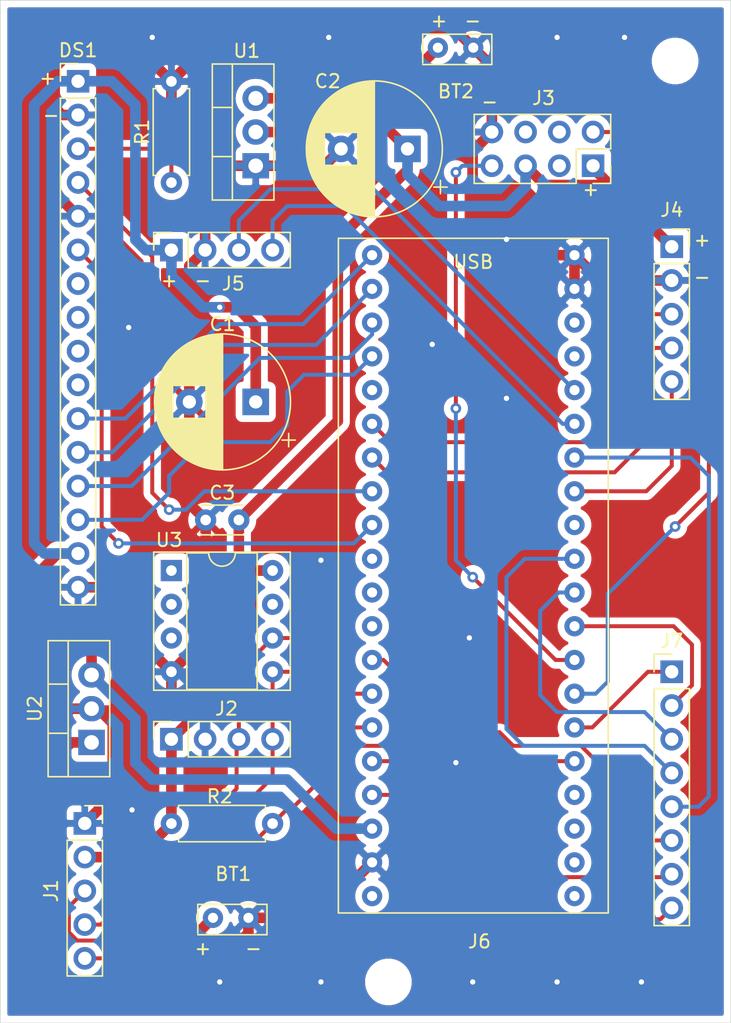
<source format=kicad_pcb>
(kicad_pcb (version 20171130) (host pcbnew "(5.1.6)-1")
  (title_block (title "Autocroft Master Controller") (date 2021-07-19) (rev 1.0) (company IoTeam))
  (layers (0 F.Cu signal) (31 B.Cu signal) (34 B.Paste user) (35 F.Paste user) (36 B.SilkS user) (37 F.SilkS user) (38 B.Mask user) (39 F.Mask user) (44 Edge.Cuts user))
  (net 0 "")
  (net 1 "Net-(BT1-Pad1)")
  (net 2 GND)
  (net 3 "Net-(BT2-Pad1)")
  (net 4 VCC_5V)
  (net 5 VCC_3V3)
  (net 6 "Net-(DS1-Pad3)")
  (net 7 PA11)
  (net 8 PA12)
  (net 9 "Net-(DS1-Pad7)")
  (net 10 "Net-(DS1-Pad8)")
  (net 11 "Net-(DS1-Pad9)")
  (net 12 "Net-(DS1-Pad10)")
  (net 13 PB12)
  (net 14 PB13)
  (net 15 PB14)
  (net 16 PB15)
  (net 17 PB7)
  (net 18 PB6)
  (net 19 PA0)
  (net 20 PA2)
  (net 21 "Net-(J3-Pad3)")
  (net 22 "Net-(J3-Pad4)")
  (net 23 PA3)
  (net 24 PA10)
  (net 25 PA9)
  (net 26 PB11)
  (net 27 PB10)
  (net 28 "Net-(J6-Pad5)")
  (net 29 "Net-(J6-Pad10)")
  (net 30 "Net-(J6-Pad11)")
  (net 31 "Net-(J6-Pad12)")
  (net 32 PB5)
  (net 33 PB8)
  (net 34 PB9)
  (net 35 "Net-(J6-Pad20)")
  (net 36 "Net-(J6-Pad21)")
  (net 37 "Net-(J6-Pad22)")
  (net 38 "Net-(J6-Pad23)")
  (net 39 "Net-(J6-Pad24)")
  (net 40 PA1)
  (net 41 PA4)
  (net 42 PA5)
  (net 43 PA6)
  (net 44 "Net-(J6-Pad32)")
  (net 45 PB1)
  (net 46 "Net-(J6-Pad37)")
  (net 47 "Net-(J6-Pad38)")
  (net 48 "Net-(U3-Pad1)")
  (net 49 "Net-(U3-Pad2)")
  (net 50 "Net-(U3-Pad3)")
  (net 51 "Net-(U3-Pad7)")
  (net 52 "Net-(J3-Pad6)")
  (net 53 PB0)
  (module Connector_PinSocket_2.54mm:PinSocket_1x04_P2.54mm_Vertical (layer F.Cu) (at 92.88 113.806 90)
    (fp_text reference J5 (at -2.526 4.656 180) (layer F.SilkS))
    (fp_text value HC06)
    (pad 4 thru_hole oval (at 0 7.62 90) (size 1.7 1.7) (drill 1) (layers *.Cu *.Mask) (net 27 PB10))
    (pad 3 thru_hole oval (at 0 5.08 90) (size 1.7 1.7) (drill 1) (layers *.Cu *.Mask) (net 26 PB11))
    (pad 2 thru_hole oval (at 0 2.54 90) (size 1.7 1.7) (drill 1) (layers *.Cu *.Mask) (net 2 GND))
    (pad 1 thru_hole rect (at 0 0 90) (size 1.7 1.7) (drill 1) (layers *.Cu *.Mask) (net 4 VCC_5V))
  )
  (module MountingHole:MountingHole_2.5mm (layer F.Cu) (at 109.22 168.91)
    (fp_text reference " " (at 0 -3.5) (layer F.SilkS))
    (fp_text value MountingHole_2.5mm)
    (pad 1 np_thru_hole circle (at 0 0) (size 2.5 2.5) (drill 2.5) (layers *.Cu *.Mask))
  )
  (module MountingHole:MountingHole_2.5mm (layer F.Cu) (at 130.81 99.568)
    (fp_text reference " " (at 0 -3.5) (layer F.SilkS))
    (fp_text value MountingHole_2.5mm)
    (pad 1 np_thru_hole circle (at 0 0) (size 2.5 2.5) (drill 2.5) (layers *.Cu *.Mask))
  )
  (module BATT:BATT (layer F.Cu) (at 97.536 166.624 90)
    (fp_text reference BT1 (at 5.842 0 180) (layer F.SilkS))
    (fp_text value "2 Li-ion (7.4V)")
    (pad 1 thru_hole circle (at 2.54 -1.524 90) (size 1.524 1.524) (drill 0.762) (layers *.Cu *.Mask) (net 1 "Net-(BT1-Pad1)"))
    (pad 2 thru_hole circle (at 2.54 1.143 90) (size 1.524 1.524) (drill 0.762) (layers *.Cu *.Mask) (net 2 GND))
  )
  (module BATT:BATT (layer F.Cu) (at 114.47 101.106 90)
    (fp_text reference BT2 (at -0.748 -0.17 180) (layer F.SilkS))
    (fp_text value "2 Li-ion (7.4V)")
    (pad 1 thru_hole circle (at 2.54 -1.524 90) (size 1.524 1.524) (drill 0.762) (layers *.Cu *.Mask) (net 3 "Net-(BT2-Pad1)"))
    (pad 2 thru_hole circle (at 2.54 1.143 90) (size 1.524 1.524) (drill 0.762) (layers *.Cu *.Mask) (net 2 GND))
  )
  (module BLUEPILL:BLUEPILL (layer F.Cu) (at 115.613 111.647 270)
    (fp_text reference J6 (at 54.215 -0.465 180) (layer F.SilkS))
    (fp_text value "STM32 Bluepill")
    (fp_text user USB (at 3.048 0) (layer F.SilkS))
    (pad 1 thru_hole circle (at 2.54 7.62 270) (size 1.524 1.524) (drill 0.762) (layers *.Cu *.Mask) (net 13 PB12))
    (pad 2 thru_hole circle (at 5.08 7.62 270) (size 1.524 1.524) (drill 0.762) (layers *.Cu *.Mask) (net 14 PB13))
    (pad 3 thru_hole circle (at 7.62 7.62 270) (size 1.524 1.524) (drill 0.762) (layers *.Cu *.Mask) (net 15 PB14))
    (pad 4 thru_hole circle (at 10.16 7.62 270) (size 1.524 1.524) (drill 0.762) (layers *.Cu *.Mask) (net 16 PB15))
    (pad 5 thru_hole circle (at 12.7 7.62 270) (size 1.524 1.524) (drill 0.762) (layers *.Cu *.Mask) (net 28 "Net-(J6-Pad5)"))
    (pad 6 thru_hole circle (at 15.24 7.62 270) (size 1.524 1.524) (drill 0.762) (layers *.Cu *.Mask) (net 25 PA9))
    (pad 7 thru_hole circle (at 17.78 7.62 270) (size 1.524 1.524) (drill 0.762) (layers *.Cu *.Mask) (net 24 PA10))
    (pad 8 thru_hole circle (at 20.32 7.62 270) (size 1.524 1.524) (drill 0.762) (layers *.Cu *.Mask) (net 7 PA11))
    (pad 9 thru_hole circle (at 22.86 7.62 270) (size 1.524 1.524) (drill 0.762) (layers *.Cu *.Mask) (net 8 PA12))
    (pad 10 thru_hole circle (at 25.4 7.62 270) (size 1.524 1.524) (drill 0.762) (layers *.Cu *.Mask) (net 29 "Net-(J6-Pad10)"))
    (pad 11 thru_hole circle (at 27.94 7.62 270) (size 1.524 1.524) (drill 0.762) (layers *.Cu *.Mask) (net 30 "Net-(J6-Pad11)"))
    (pad 12 thru_hole circle (at 30.48 7.62 270) (size 1.524 1.524) (drill 0.762) (layers *.Cu *.Mask) (net 31 "Net-(J6-Pad12)"))
    (pad 13 thru_hole circle (at 33.02 7.62 270) (size 1.524 1.524) (drill 0.762) (layers *.Cu *.Mask) (net 32 PB5))
    (pad 14 thru_hole circle (at 35.56 7.62 270) (size 1.524 1.524) (drill 0.762) (layers *.Cu *.Mask) (net 18 PB6))
    (pad 15 thru_hole circle (at 38.1 7.62 270) (size 1.524 1.524) (drill 0.762) (layers *.Cu *.Mask) (net 17 PB7))
    (pad 16 thru_hole circle (at 40.64 7.62 270) (size 1.524 1.524) (drill 0.762) (layers *.Cu *.Mask) (net 33 PB8))
    (pad 17 thru_hole circle (at 43.18 7.62 270) (size 1.524 1.524) (drill 0.762) (layers *.Cu *.Mask) (net 34 PB9))
    (pad 18 thru_hole circle (at 45.72 7.62 270) (size 1.524 1.524) (drill 0.762) (layers *.Cu *.Mask) (net 4 VCC_5V))
    (pad 19 thru_hole circle (at 48.26 7.62 270) (size 1.524 1.524) (drill 0.762) (layers *.Cu *.Mask) (net 2 GND))
    (pad 20 thru_hole circle (at 50.8 7.62 270) (size 1.524 1.524) (drill 0.762) (layers *.Cu *.Mask) (net 35 "Net-(J6-Pad20)"))
    (pad 21 thru_hole circle (at 50.8 -7.62 270) (size 1.524 1.524) (drill 0.762) (layers *.Cu *.Mask) (net 36 "Net-(J6-Pad21)"))
    (pad 22 thru_hole circle (at 48.26 -7.62 270) (size 1.524 1.524) (drill 0.762) (layers *.Cu *.Mask) (net 37 "Net-(J6-Pad22)"))
    (pad 23 thru_hole circle (at 45.72 -7.62 270) (size 1.524 1.524) (drill 0.762) (layers *.Cu *.Mask) (net 38 "Net-(J6-Pad23)"))
    (pad 24 thru_hole circle (at 43.18 -7.62 270) (size 1.524 1.524) (drill 0.762) (layers *.Cu *.Mask) (net 39 "Net-(J6-Pad24)"))
    (pad 25 thru_hole circle (at 40.64 -7.62 270) (size 1.524 1.524) (drill 0.762) (layers *.Cu *.Mask) (net 19 PA0))
    (pad 26 thru_hole circle (at 38.1 -7.62 270) (size 1.524 1.524) (drill 0.762) (layers *.Cu *.Mask) (net 40 PA1))
    (pad 27 thru_hole circle (at 35.56 -7.62 270) (size 1.524 1.524) (drill 0.762) (layers *.Cu *.Mask) (net 20 PA2))
    (pad 28 thru_hole circle (at 33.02 -7.62 270) (size 1.524 1.524) (drill 0.762) (layers *.Cu *.Mask) (net 23 PA3))
    (pad 29 thru_hole circle (at 30.48 -7.62 270) (size 1.524 1.524) (drill 0.762) (layers *.Cu *.Mask) (net 41 PA4))
    (pad 30 thru_hole circle (at 27.94 -7.62 270) (size 1.524 1.524) (drill 0.762) (layers *.Cu *.Mask) (net 42 PA5))
    (pad 31 thru_hole circle (at 25.4 -7.62 270) (size 1.524 1.524) (drill 0.762) (layers *.Cu *.Mask) (net 43 PA6))
    (pad 32 thru_hole circle (at 22.86 -7.62 270) (size 1.524 1.524) (drill 0.762) (layers *.Cu *.Mask) (net 44 "Net-(J6-Pad32)"))
    (pad 33 thru_hole circle (at 20.32 -7.62 270) (size 1.524 1.524) (drill 0.762) (layers *.Cu *.Mask) (net 53 PB0))
    (pad 34 thru_hole circle (at 17.78 -7.62 270) (size 1.524 1.524) (drill 0.762) (layers *.Cu *.Mask) (net 45 PB1))
    (pad 35 thru_hole circle (at 15.24 -7.62 270) (size 1.524 1.524) (drill 0.762) (layers *.Cu *.Mask) (net 27 PB10))
    (pad 36 thru_hole circle (at 12.7 -7.62 270) (size 1.524 1.524) (drill 0.762) (layers *.Cu *.Mask) (net 26 PB11))
    (pad 37 thru_hole circle (at 10.16 -7.62 270) (size 1.524 1.524) (drill 0.762) (layers *.Cu *.Mask) (net 46 "Net-(J6-Pad37)"))
    (pad 38 thru_hole circle (at 7.62 -7.62 270) (size 1.524 1.524) (drill 0.762) (layers *.Cu *.Mask) (net 47 "Net-(J6-Pad38)"))
    (pad 39 thru_hole circle (at 5.08 -7.62 270) (size 1.524 1.524) (drill 0.762) (layers *.Cu *.Mask) (net 2 GND))
    (pad 40 thru_hole circle (at 2.54 -7.62 270) (size 1.524 1.524) (drill 0.762) (layers *.Cu *.Mask) (net 2 GND))
  )
  (module Capacitor_THT:CP_Radial_D10.0mm_P5.00mm (layer F.Cu) (at 99.23 125.236 180)
    (fp_text reference C1 (at 2.5 5.856) (layer F.SilkS))
    (fp_text value 100uF)
    (pad 1 thru_hole rect (at 0 0 180) (size 2 2) (drill 1) (layers *.Cu *.Mask) (net 4 VCC_5V))
    (pad 2 thru_hole circle (at 5 0 180) (size 2 2) (drill 1) (layers *.Cu *.Mask) (net 2 GND))
  )
  (module Capacitor_THT:CP_Radial_D10.0mm_P5.00mm (layer F.Cu) (at 110.66 106.186 180)
    (fp_text reference C2 (at 6.012 5.094) (layer F.SilkS))
    (fp_text value 100uF)
    (pad 2 thru_hole circle (at 5 0 180) (size 2 2) (drill 1) (layers *.Cu *.Mask) (net 2 GND))
    (pad 1 thru_hole rect (at 0 0 180) (size 2 2) (drill 1) (layers *.Cu *.Mask) (net 5 VCC_3V3))
  )
  (module Connector_PinHeader_2.54mm:PinHeader_1x16_P2.54mm_Vertical (layer F.Cu) (at 85.852 101.092)
    (fp_text reference DS1 (at 0 -2.33) (layer F.SilkS))
    (fp_text value LCD1602)
    (pad 16 thru_hole oval (at 0 38.1) (size 1.7 1.7) (drill 1) (layers *.Cu *.Mask) (net 2 GND))
    (pad 15 thru_hole oval (at 0 35.56) (size 1.7 1.7) (drill 1) (layers *.Cu *.Mask) (net 4 VCC_5V))
    (pad 14 thru_hole oval (at 0 33.02) (size 1.7 1.7) (drill 1) (layers *.Cu *.Mask) (net 16 PB15))
    (pad 13 thru_hole oval (at 0 30.48) (size 1.7 1.7) (drill 1) (layers *.Cu *.Mask) (net 15 PB14))
    (pad 12 thru_hole oval (at 0 27.94) (size 1.7 1.7) (drill 1) (layers *.Cu *.Mask) (net 14 PB13))
    (pad 11 thru_hole oval (at 0 25.4) (size 1.7 1.7) (drill 1) (layers *.Cu *.Mask) (net 13 PB12))
    (pad 10 thru_hole oval (at 0 22.86) (size 1.7 1.7) (drill 1) (layers *.Cu *.Mask) (net 12 "Net-(DS1-Pad10)"))
    (pad 9 thru_hole oval (at 0 20.32) (size 1.7 1.7) (drill 1) (layers *.Cu *.Mask) (net 11 "Net-(DS1-Pad9)"))
    (pad 8 thru_hole oval (at 0 17.78) (size 1.7 1.7) (drill 1) (layers *.Cu *.Mask) (net 10 "Net-(DS1-Pad8)"))
    (pad 7 thru_hole oval (at 0 15.24) (size 1.7 1.7) (drill 1) (layers *.Cu *.Mask) (net 9 "Net-(DS1-Pad7)"))
    (pad 6 thru_hole oval (at 0 12.7) (size 1.7 1.7) (drill 1) (layers *.Cu *.Mask) (net 8 PA12))
    (pad 5 thru_hole oval (at 0 10.16) (size 1.7 1.7) (drill 1) (layers *.Cu *.Mask) (net 2 GND))
    (pad 4 thru_hole oval (at 0 7.62) (size 1.7 1.7) (drill 1) (layers *.Cu *.Mask) (net 7 PA11))
    (pad 3 thru_hole oval (at 0 5.08) (size 1.7 1.7) (drill 1) (layers *.Cu *.Mask) (net 6 "Net-(DS1-Pad3)"))
    (pad 2 thru_hole oval (at 0 2.54) (size 1.7 1.7) (drill 1) (layers *.Cu *.Mask) (net 2 GND))
    (pad 1 thru_hole rect (at 0 0) (size 1.7 1.7) (drill 1) (layers *.Cu *.Mask) (net 4 VCC_5V))
  )
  (module Connector_PinSocket_2.54mm:PinSocket_1x05_P2.54mm_Vertical (layer F.Cu) (at 86.36 156.972)
    (fp_text reference J1 (at -2.54 5.08 90) (layer F.SilkS))
    (fp_text value DS3231)
    (pad 5 thru_hole oval (at 0 10.16) (size 1.7 1.7) (drill 1) (layers *.Cu *.Mask) (net 19 PA0))
    (pad 4 thru_hole oval (at 0 7.62) (size 1.7 1.7) (drill 1) (layers *.Cu *.Mask) (net 18 PB6))
    (pad 3 thru_hole oval (at 0 5.08) (size 1.7 1.7) (drill 1) (layers *.Cu *.Mask) (net 17 PB7))
    (pad 2 thru_hole oval (at 0 2.54) (size 1.7 1.7) (drill 1) (layers *.Cu *.Mask) (net 5 VCC_3V3))
    (pad 1 thru_hole rect (at 0 0) (size 1.7 1.7) (drill 1) (layers *.Cu *.Mask) (net 2 GND))
  )
  (module Connector_PinSocket_2.54mm:PinSocket_1x04_P2.54mm_Vertical (layer F.Cu) (at 92.88 150.636 90)
    (fp_text reference J2 (at 2.3 4.148 180) (layer F.SilkS))
    (fp_text value BME280)
    (pad 4 thru_hole oval (at 0 7.62 90) (size 1.7 1.7) (drill 1) (layers *.Cu *.Mask) (net 17 PB7))
    (pad 3 thru_hole oval (at 0 5.08 90) (size 1.7 1.7) (drill 1) (layers *.Cu *.Mask) (net 18 PB6))
    (pad 2 thru_hole oval (at 0 2.54 90) (size 1.7 1.7) (drill 1) (layers *.Cu *.Mask) (net 2 GND))
    (pad 1 thru_hole rect (at 0 0 90) (size 1.7 1.7) (drill 1) (layers *.Cu *.Mask) (net 5 VCC_3V3))
  )
  (module Connector_PinSocket_2.54mm:PinSocket_2x04_P2.54mm_Vertical (layer F.Cu) (at 124.63 107.456 270)
    (fp_text reference J3 (at -5.094 3.726 180) (layer F.SilkS))
    (fp_text value ESP8266)
    (pad 1 thru_hole rect (at 0 0 270) (size 1.7 1.7) (drill 1) (layers *.Cu *.Mask) (net 5 VCC_3V3))
    (pad 2 thru_hole oval (at -2.54 0 270) (size 1.7 1.7) (drill 1) (layers *.Cu *.Mask) (net 20 PA2))
    (pad 3 thru_hole oval (at 0 2.54 270) (size 1.7 1.7) (drill 1) (layers *.Cu *.Mask) (net 21 "Net-(J3-Pad3)"))
    (pad 4 thru_hole oval (at -2.54 2.54 270) (size 1.7 1.7) (drill 1) (layers *.Cu *.Mask) (net 22 "Net-(J3-Pad4)"))
    (pad 5 thru_hole oval (at 0 5.08 270) (size 1.7 1.7) (drill 1) (layers *.Cu *.Mask) (net 5 VCC_3V3))
    (pad 6 thru_hole oval (at -2.54 5.08 270) (size 1.7 1.7) (drill 1) (layers *.Cu *.Mask) (net 52 "Net-(J3-Pad6)"))
    (pad 7 thru_hole oval (at 0 7.62 270) (size 1.7 1.7) (drill 1) (layers *.Cu *.Mask) (net 23 PA3))
    (pad 8 thru_hole oval (at -2.54 7.62 270) (size 1.7 1.7) (drill 1) (layers *.Cu *.Mask) (net 2 GND))
  )
  (module Connector_PinHeader_2.54mm:PinHeader_1x08_P2.54mm_Vertical (layer F.Cu) (at 130.556 145.556)
    (fp_text reference J7 (at 0 -2.33) (layer F.SilkS))
    (fp_text value Keypad)
    (pad 8 thru_hole oval (at 0 17.78) (size 1.7 1.7) (drill 1) (layers *.Cu *.Mask) (net 34 PB9))
    (pad 7 thru_hole oval (at 0 15.24) (size 1.7 1.7) (drill 1) (layers *.Cu *.Mask) (net 33 PB8))
    (pad 6 thru_hole oval (at 0 12.7) (size 1.7 1.7) (drill 1) (layers *.Cu *.Mask) (net 32 PB5))
    (pad 5 thru_hole oval (at 0 10.16) (size 1.7 1.7) (drill 1) (layers *.Cu *.Mask) (net 45 PB1))
    (pad 4 thru_hole oval (at 0 7.62) (size 1.7 1.7) (drill 1) (layers *.Cu *.Mask) (net 43 PA6))
    (pad 3 thru_hole oval (at 0 5.08) (size 1.7 1.7) (drill 1) (layers *.Cu *.Mask) (net 42 PA5))
    (pad 2 thru_hole oval (at 0 2.54) (size 1.7 1.7) (drill 1) (layers *.Cu *.Mask) (net 41 PA4))
    (pad 1 thru_hole rect (at 0 0) (size 1.7 1.7) (drill 1) (layers *.Cu *.Mask) (net 40 PA1))
  )
  (module Resistor_THT:R_Axial_DIN0207_L6.3mm_D2.5mm_P7.62mm_Horizontal (layer F.Cu) (at 92.88 108.726 90)
    (fp_text reference R1 (at 3.81 -2.202 90) (layer F.SilkS))
    (fp_text value 1k)
    (pad 2 thru_hole oval (at 7.62 0 90) (size 1.6 1.6) (drill 0.8) (layers *.Cu *.Mask) (net 2 GND))
    (pad 1 thru_hole circle (at 0 0 90) (size 1.6 1.6) (drill 0.8) (layers *.Cu *.Mask) (net 6 "Net-(DS1-Pad3)"))
  )
  (module Package_TO_SOT_THT:TO-220-3_Vertical (layer F.Cu) (at 99.23 107.456 90)
    (fp_text reference U1 (at 8.65 -0.678 180) (layer F.SilkS))
    (fp_text value LM1117-3.3)
    (pad 3 thru_hole oval (at 5.08 0 90) (size 1.905 2) (drill 1.1) (layers *.Cu *.Mask) (net 3 "Net-(BT2-Pad1)"))
    (pad 2 thru_hole oval (at 2.54 0 90) (size 1.905 2) (drill 1.1) (layers *.Cu *.Mask) (net 5 VCC_3V3))
    (pad 1 thru_hole rect (at 0 0 90) (size 1.905 2) (drill 1.1) (layers *.Cu *.Mask) (net 2 GND))
  )
  (module Package_TO_SOT_THT:TO-220-3_Vertical (layer F.Cu) (at 86.868 150.876 90)
    (fp_text reference U2 (at 2.54 -4.27 90) (layer F.SilkS))
    (fp_text value LM7805_TO220)
    (pad 1 thru_hole rect (at 0 0 90) (size 1.905 2) (drill 1.1) (layers *.Cu *.Mask) (net 1 "Net-(BT1-Pad1)"))
    (pad 2 thru_hole oval (at 2.54 0 90) (size 1.905 2) (drill 1.1) (layers *.Cu *.Mask) (net 2 GND))
    (pad 3 thru_hole oval (at 5.08 0 90) (size 1.905 2) (drill 1.1) (layers *.Cu *.Mask) (net 4 VCC_5V))
  )
  (module Package_DIP:DIP-8_W7.62mm_Socket (layer F.Cu) (at 92.88 137.936)
    (fp_text reference U3 (at -0.17 -2.3) (layer F.SilkS))
    (fp_text value EEPROM)
    (pad 8 thru_hole oval (at 7.62 0) (size 1.6 1.6) (drill 0.8) (layers *.Cu *.Mask) (net 5 VCC_3V3))
    (pad 4 thru_hole oval (at 0 7.62) (size 1.6 1.6) (drill 0.8) (layers *.Cu *.Mask) (net 2 GND))
    (pad 7 thru_hole oval (at 7.62 2.54) (size 1.6 1.6) (drill 0.8) (layers *.Cu *.Mask) (net 51 "Net-(U3-Pad7)"))
    (pad 3 thru_hole oval (at 0 5.08) (size 1.6 1.6) (drill 0.8) (layers *.Cu *.Mask) (net 50 "Net-(U3-Pad3)"))
    (pad 6 thru_hole oval (at 7.62 5.08) (size 1.6 1.6) (drill 0.8) (layers *.Cu *.Mask) (net 18 PB6))
    (pad 2 thru_hole oval (at 0 2.54) (size 1.6 1.6) (drill 0.8) (layers *.Cu *.Mask) (net 49 "Net-(U3-Pad2)"))
    (pad 5 thru_hole oval (at 7.62 7.62) (size 1.6 1.6) (drill 0.8) (layers *.Cu *.Mask) (net 17 PB7))
    (pad 1 thru_hole rect (at 0 0) (size 1.6 1.6) (drill 0.8) (layers *.Cu *.Mask) (net 48 "Net-(U3-Pad1)"))
  )
  (module Resistor_THT:R_Axial_DIN0207_L6.3mm_D2.5mm_P7.62mm_Horizontal (layer F.Cu) (at 100.5 156.986 180)
    (fp_text reference R2 (at 3.98 2.046) (layer F.SilkS))
    (fp_text value 10k)
    (pad 2 thru_hole oval (at 7.62 0 180) (size 1.6 1.6) (drill 0.8) (layers *.Cu *.Mask) (net 5 VCC_3V3))
    (pad 1 thru_hole circle (at 0 0 180) (size 1.6 1.6) (drill 0.8) (layers *.Cu *.Mask) (net 19 PA0))
  )
  (module Capacitor_THT:C_Disc_D3.0mm_W2.0mm_P2.50mm (layer F.Cu) (at 97.96 134.126 180)
    (fp_text reference C3 (at 1.25 2.046) (layer F.SilkS))
    (fp_text value 100nF)
    (pad 1 thru_hole circle (at 0 0 180) (size 1.6 1.6) (drill 0.8) (layers *.Cu *.Mask) (net 5 VCC_3V3))
    (pad 2 thru_hole circle (at 2.5 0 180) (size 1.6 1.6) (drill 0.8) (layers *.Cu *.Mask) (net 2 GND))
  )
  (module Connector_PinSocket_2.54mm:PinSocket_1x05_P2.54mm_Vertical (layer F.Cu) (at 130.556 113.552)
    (fp_text reference J4 (at 0 -2.77) (layer F.SilkS))
    (fp_text value HC12)
    (pad 1 thru_hole rect (at 0 0) (size 1.7 1.7) (drill 1) (layers *.Cu *.Mask) (net 5 VCC_3V3))
    (pad 2 thru_hole oval (at 0 2.54) (size 1.7 1.7) (drill 1) (layers *.Cu *.Mask) (net 2 GND))
    (pad 3 thru_hole oval (at 0 5.08) (size 1.7 1.7) (drill 1) (layers *.Cu *.Mask) (net 25 PA9))
    (pad 4 thru_hole oval (at 0 7.62) (size 1.7 1.7) (drill 1) (layers *.Cu *.Mask) (net 24 PA10))
    (pad 5 thru_hole oval (at 0 10.16) (size 1.7 1.7) (drill 1) (layers *.Cu *.Mask) (net 53 PB0))
  )
  (gr_text - (at 116.84 102.616) (layer F.SilkS) (effects (font (size 1 1))))
  (gr_text + (at 124.46 109.22) (layer F.SilkS) (effects (font (size 1 1))))
  (gr_text - (at 83.82 103.632) (layer F.SilkS) (effects (font (size 1 1))))
  (gr_text + (at 83.566 100.838) (layer F.SilkS) (effects (font (size 1 1))))
  (gr_text - (at 95.25 116.078) (layer F.SilkS) (effects (font (size 1 1))))
  (gr_text + (at 92.71 116.078) (layer F.SilkS) (effects (font (size 1 1))))
  (gr_text - (at 132.842 115.824) (layer F.SilkS) (effects (font (size 1 1))))
  (gr_text + (at 132.842 113.03) (layer F.SilkS) (effects (font (size 1 1))))
  (gr_text - (at 115.57 96.52) (layer F.SilkS) (effects (font (size 1 1))))
  (gr_text + (at 113.03 96.52) (layer F.SilkS) (effects (font (size 1 1))))
  (gr_text - (at 99.06 166.37) (layer F.SilkS) (effects (font (size 1 1))))
  (gr_text + (at 95.25 166.37) (layer F.SilkS) (effects (font (size 1 1))))
  (gr_line (start 80 172) (end 80 95) (layer Edge.Cuts) (width 0.05))
  (gr_line (start 135 172) (end 80 172) (layer Edge.Cuts) (width 0.05))
  (gr_line (start 135 95) (end 135 172) (layer Edge.Cuts) (width 0.05))
  (gr_line (start 80 95) (end 135 95) (layer Edge.Cuts) (width 0.05))
  (segment (start 85.344 150.876) (end 86.868 150.876) (width 0.8) (layer F.Cu) (net 1))
  (segment (start 91.186 168.91) (end 85.09 168.91) (width 0.8) (layer F.Cu) (net 1))
  (segment (start 85.09 168.91) (end 83.82 167.64) (width 0.8) (layer F.Cu) (net 1))
  (segment (start 83.82 167.64) (end 83.82 152.4) (width 0.8) (layer F.Cu) (net 1))
  (segment (start 96.012 164.084) (end 91.186 168.91) (width 0.8) (layer F.Cu) (net 1))
  (segment (start 83.82 152.4) (end 85.344 150.876) (width 0.8) (layer F.Cu) (net 1))
  (segment (start 117.01 99.963) (end 115.613 98.566) (width 0.8) (layer F.Cu) (net 2))
  (segment (start 117.01 104.916) (end 117.01 99.963) (width 0.8) (layer F.Cu) (net 2))
  (segment (start 115.559999 106.366001) (end 115.559999 110.479999) (width 0.8) (layer F.Cu) (net 2))
  (segment (start 117.01 104.916) (end 115.559999 106.366001) (width 0.8) (layer F.Cu) (net 2))
  (segment (start 119.267 114.187) (end 123.233 114.187) (width 0.8) (layer F.Cu) (net 2))
  (segment (start 115.559999 110.479999) (end 119.267 114.187) (width 0.8) (layer F.Cu) (net 2))
  (segment (start 125.138 116.092) (end 123.233 114.187) (width 0.8) (layer F.Cu) (net 2))
  (segment (start 130.556 116.092) (end 125.138 116.092) (width 0.8) (layer F.Cu) (net 2))
  (segment (start 123.233 116.727) (end 123.233 114.187) (width 0.8) (layer F.Cu) (net 2))
  (segment (start 84.649919 103.632) (end 83.82 102.802081) (width 0.8) (layer F.Cu) (net 2))
  (segment (start 85.852 103.632) (end 84.649919 103.632) (width 0.8) (layer F.Cu) (net 2))
  (segment (start 83.82 100.343998) (end 85.103998 99.06) (width 0.8) (layer F.Cu) (net 2))
  (segment (start 90.834 99.06) (end 92.88 101.106) (width 0.8) (layer F.Cu) (net 2))
  (segment (start 85.103998 99.06) (end 90.834 99.06) (width 0.8) (layer F.Cu) (net 2))
  (segment (start 85.852 111.252) (end 83.82 109.22) (width 0.8) (layer F.Cu) (net 2))
  (segment (start 83.82 109.22) (end 83.82 101.6) (width 0.8) (layer F.Cu) (net 2))
  (segment (start 83.82 102.802081) (end 83.82 101.6) (width 0.8) (layer F.Cu) (net 2))
  (segment (start 83.82 101.6) (end 83.82 100.343998) (width 0.8) (layer F.Cu) (net 2))
  (segment (start 92.88 101.106) (end 92.88 104.31) (width 0.8) (layer F.Cu) (net 2))
  (segment (start 96.026 107.456) (end 99.23 107.456) (width 0.8) (layer F.Cu) (net 2))
  (segment (start 104.39 107.456) (end 105.66 106.186) (width 0.8) (layer F.Cu) (net 2))
  (segment (start 99.23 107.456) (end 104.39 107.456) (width 0.8) (layer F.Cu) (net 2))
  (segment (start 96.782001 97.203999) (end 92.88 101.106) (width 0.8) (layer F.Cu) (net 2))
  (segment (start 114.250999 97.203999) (end 104.726001 97.203999) (width 0.8) (layer F.Cu) (net 2))
  (segment (start 115.613 98.566) (end 114.250999 97.203999) (width 0.8) (layer F.Cu) (net 2))
  (segment (start 103.816 164.084) (end 107.993 159.907) (width 0.8) (layer F.Cu) (net 2))
  (segment (start 98.679 164.084) (end 103.816 164.084) (width 0.8) (layer F.Cu) (net 2))
  (segment (start 87.360502 148.336) (end 86.868 148.336) (width 0.8) (layer F.Cu) (net 2))
  (segment (start 88.468001 154.863999) (end 88.468001 149.443499) (width 0.8) (layer F.Cu) (net 2))
  (segment (start 88.468001 149.443499) (end 87.360502 148.336) (width 0.8) (layer F.Cu) (net 2))
  (segment (start 86.36 156.972) (end 88.468001 154.863999) (width 0.8) (layer F.Cu) (net 2))
  (segment (start 94.23 114.996) (end 95.42 113.806) (width 0.8) (layer F.Cu) (net 2))
  (segment (start 94.23 125.236) (end 94.23 114.996) (width 0.8) (layer F.Cu) (net 2))
  (segment (start 95.42 106.85) (end 95.25 106.68) (width 0.8) (layer F.Cu) (net 2))
  (segment (start 95.42 113.806) (end 95.42 106.85) (width 0.8) (layer F.Cu) (net 2))
  (segment (start 92.88 104.31) (end 95.25 106.68) (width 0.8) (layer F.Cu) (net 2))
  (segment (start 95.25 106.68) (end 96.026 107.456) (width 0.8) (layer F.Cu) (net 2))
  (segment (start 94.23 132.896) (end 95.46 134.126) (width 0.8) (layer F.Cu) (net 2))
  (segment (start 94.23 125.236) (end 94.23 132.896) (width 0.8) (layer F.Cu) (net 2))
  (segment (start 98.679 165.227) (end 98.679 164.084) (width 0.8) (layer F.Cu) (net 2))
  (segment (start 93.472 170.434) (end 98.679 165.227) (width 0.8) (layer F.Cu) (net 2))
  (segment (start 85.344 148.336) (end 82.55 151.13) (width 0.8) (layer F.Cu) (net 2))
  (segment (start 86.868 148.336) (end 85.344 148.336) (width 0.8) (layer F.Cu) (net 2))
  (segment (start 82.55 151.13) (end 82.55 168.148) (width 0.8) (layer F.Cu) (net 2))
  (segment (start 82.55 168.148) (end 84.836 170.434) (width 0.8) (layer F.Cu) (net 2))
  (segment (start 84.836 170.434) (end 93.472 170.434) (width 0.8) (layer F.Cu) (net 2))
  (segment (start 91.292499 149.443499) (end 88.468001 149.443499) (width 0.8) (layer F.Cu) (net 2))
  (segment (start 92.88 147.855998) (end 91.292499 149.443499) (width 0.8) (layer F.Cu) (net 2))
  (segment (start 92.88 145.556) (end 92.88 147.855998) (width 0.8) (layer F.Cu) (net 2))
  (segment (start 95.42 150.636) (end 95.42 147.49) (width 0.8) (layer B.Cu) (net 2))
  (segment (start 93.486 145.556) (end 92.88 145.556) (width 0.8) (layer B.Cu) (net 2))
  (segment (start 95.42 147.49) (end 93.486 145.556) (width 0.8) (layer B.Cu) (net 2))
  (segment (start 85.852 139.192) (end 87.934 139.192) (width 0.8) (layer F.Cu) (net 2))
  (segment (start 87.934 140.61) (end 87.934 139.192) (width 0.8) (layer F.Cu) (net 2))
  (segment (start 92.88 145.556) (end 87.934 140.61) (width 0.8) (layer F.Cu) (net 2))
  (segment (start 92.88 145.556) (end 96.52 141.916) (width 0.8) (layer F.Cu) (net 2))
  (segment (start 96.52 141.916) (end 96.52 139.7) (width 0.8) (layer F.Cu) (net 2))
  (segment (start 95.46 138.64) (end 95.46 134.126) (width 0.8) (layer F.Cu) (net 2))
  (segment (start 96.52 139.7) (end 95.46 138.64) (width 0.8) (layer F.Cu) (net 2))
  (via (at 96.52 168.91) (size 0.8) (drill 0.4) (layers F.Cu B.Cu) (net 2))
  (via (at 104.14 168.91) (size 0.8) (drill 0.4) (layers F.Cu B.Cu) (net 2))
  (via (at 115.57 168.91) (size 0.8) (drill 0.4) (layers F.Cu B.Cu) (net 2))
  (via (at 121.92 168.91) (size 0.8) (drill 0.4) (layers F.Cu B.Cu) (net 2))
  (via (at 91.44 97.79) (size 0.8) (drill 0.4) (layers F.Cu B.Cu) (net 2))
  (via (at 127 97.79) (size 0.8) (drill 0.4) (layers F.Cu B.Cu) (net 2))
  (via (at 118.11 113) (size 0.8) (drill 0.4) (layers F.Cu B.Cu) (net 2))
  (via (at 104.14 137.16) (size 0.8) (drill 0.4) (layers F.Cu B.Cu) (net 2))
  (segment (start 104.726001 97.203999) (end 96.782001 97.203999) (width 0.8) (layer F.Cu) (net 2))
  (via (at 104.726001 97.79) (size 0.8) (drill 0.4) (layers F.Cu B.Cu) (net 2))
  (via (at 121.92 97.79) (size 0.8) (drill 0.4) (layers F.Cu B.Cu) (net 2))
  (via (at 114.3 152.4) (size 0.8) (drill 0.4) (layers F.Cu B.Cu) (net 2))
  (via (at 128.27 168.91) (size 0.8) (drill 0.4) (layers F.Cu B.Cu) (net 2))
  (via (at 112.522 120.904) (size 0.8) (drill 0.4) (layers F.Cu B.Cu) (net 2))
  (via (at 118.11 124.968) (size 0.8) (drill 0.4) (layers F.Cu B.Cu) (net 2))
  (via (at 115.316 143.002) (size 0.8) (drill 0.4) (layers F.Cu B.Cu) (net 2))
  (via (at 89.662 119.634) (size 0.8) (drill 0.4) (layers F.Cu B.Cu) (net 2))
  (via (at 89.916 155.956) (size 0.8) (drill 0.4) (layers F.Cu B.Cu) (net 2))
  (segment (start 109.136 102.376) (end 112.946 98.566) (width 0.8) (layer F.Cu) (net 3))
  (segment (start 99.23 102.376) (end 109.136 102.376) (width 0.8) (layer F.Cu) (net 3))
  (segment (start 86.868 145.796) (end 86.868 144.018) (width 0.8) (layer F.Cu) (net 4))
  (segment (start 86.868 144.018) (end 85.09 142.24) (width 0.8) (layer F.Cu) (net 4))
  (segment (start 85.09 142.24) (end 83.82 142.24) (width 0.8) (layer F.Cu) (net 4))
  (segment (start 83.82 142.24) (end 82.55 140.97) (width 0.8) (layer F.Cu) (net 4))
  (segment (start 82.55 140.97) (end 82.55 138.43) (width 0.8) (layer F.Cu) (net 4))
  (segment (start 84.328 136.652) (end 85.852 136.652) (width 0.8) (layer F.Cu) (net 4))
  (segment (start 82.55 138.43) (end 84.328 136.652) (width 0.8) (layer F.Cu) (net 4))
  (segment (start 105.297 157.367) (end 107.993 157.367) (width 0.8) (layer B.Cu) (net 4))
  (segment (start 90.17 149.098) (end 90.17 152.4) (width 0.8) (layer B.Cu) (net 4))
  (segment (start 101.6 153.67) (end 105.297 157.367) (width 0.8) (layer B.Cu) (net 4))
  (segment (start 86.868 145.796) (end 90.17 149.098) (width 0.8) (layer B.Cu) (net 4))
  (segment (start 90.17 152.4) (end 91.44 153.67) (width 0.8) (layer B.Cu) (net 4))
  (segment (start 91.44 153.67) (end 101.6 153.67) (width 0.8) (layer B.Cu) (net 4))
  (segment (start 85.852 101.092) (end 88.392 101.092) (width 0.8) (layer B.Cu) (net 4))
  (segment (start 88.392 101.092) (end 90.17 102.87) (width 0.8) (layer B.Cu) (net 4))
  (segment (start 90.17 102.87) (end 90.17 113.03) (width 0.8) (layer B.Cu) (net 4))
  (segment (start 90.946 113.806) (end 92.88 113.806) (width 0.8) (layer B.Cu) (net 4))
  (segment (start 90.17 113.03) (end 90.946 113.806) (width 0.8) (layer B.Cu) (net 4))
  (segment (start 85.852 101.092) (end 84.328 101.092) (width 0.8) (layer B.Cu) (net 4))
  (segment (start 84.328 101.092) (end 82.55 102.87) (width 0.8) (layer B.Cu) (net 4))
  (segment (start 82.55 102.87) (end 82.55 109.22) (width 0.8) (layer B.Cu) (net 4))
  (segment (start 83.312 136.652) (end 85.852 136.652) (width 0.8) (layer B.Cu) (net 4))
  (segment (start 82.55 135.89) (end 83.312 136.652) (width 0.8) (layer B.Cu) (net 4))
  (segment (start 92.88 113.806) (end 92.88 115.74) (width 0.8) (layer B.Cu) (net 4))
  (segment (start 92.88 115.74) (end 95.25 118.11) (width 0.8) (layer B.Cu) (net 4))
  (via (at 96.52 118.11) (size 0.8) (drill 0.4) (layers F.Cu B.Cu) (net 4))
  (segment (start 95.25 118.11) (end 96.52 118.11) (width 0.8) (layer B.Cu) (net 4))
  (segment (start 99.23 125.236) (end 99.23 119.55) (width 0.8) (layer F.Cu) (net 4))
  (segment (start 99.23 119.55) (end 97.79 118.11) (width 0.8) (layer F.Cu) (net 4))
  (segment (start 97.79 118.11) (end 96.52 118.11) (width 0.8) (layer F.Cu) (net 4))
  (segment (start 82.55 109.22) (end 82.55 123.19) (width 0.8) (layer B.Cu) (net 4))
  (segment (start 82.55 123.19) (end 82.55 135.89) (width 0.8) (layer B.Cu) (net 4))
  (segment (start 124.63 107.456) (end 124.63 107.626) (width 0.8) (layer F.Cu) (net 5))
  (segment (start 99.23 104.916) (end 103.364 104.916) (width 0.8) (layer F.Cu) (net 5))
  (segment (start 103.364 104.916) (end 104.14 104.14) (width 0.8) (layer F.Cu) (net 5))
  (segment (start 108.614 104.14) (end 110.66 106.186) (width 0.8) (layer F.Cu) (net 5))
  (segment (start 104.14 104.14) (end 108.614 104.14) (width 0.8) (layer F.Cu) (net 5))
  (segment (start 125.910001 108.906001) (end 125.977 108.973) (width 0.8) (layer F.Cu) (net 5))
  (segment (start 119.55 107.456) (end 121.000001 108.906001) (width 0.8) (layer F.Cu) (net 5))
  (segment (start 121.000001 108.906001) (end 125.910001 108.906001) (width 0.8) (layer F.Cu) (net 5))
  (segment (start 124.63 107.626) (end 125.977 108.973) (width 0.8) (layer F.Cu) (net 5))
  (segment (start 125.977 108.973) (end 130.556 113.552) (width 0.8) (layer F.Cu) (net 5))
  (segment (start 110.66 107.78) (end 110.66 106.186) (width 0.8) (layer F.Cu) (net 5))
  (segment (start 105.41 113.03) (end 110.66 107.78) (width 0.8) (layer F.Cu) (net 5))
  (segment (start 97.96 134.126) (end 105.41 126.676) (width 0.8) (layer F.Cu) (net 5))
  (segment (start 105.41 126.676) (end 105.41 113.03) (width 0.8) (layer F.Cu) (net 5))
  (segment (start 97.96 134.126) (end 97.96 136.99) (width 0.8) (layer F.Cu) (net 5))
  (segment (start 98.906 137.936) (end 100.5 137.936) (width 0.8) (layer F.Cu) (net 5))
  (segment (start 97.96 136.99) (end 98.906 137.936) (width 0.8) (layer F.Cu) (net 5))
  (segment (start 92.88 150.636) (end 96.52 146.996) (width 0.8) (layer F.Cu) (net 5))
  (segment (start 92.88 156.986) (end 92.88 150.636) (width 0.8) (layer F.Cu) (net 5))
  (segment (start 90.354 159.512) (end 92.88 156.986) (width 0.8) (layer F.Cu) (net 5))
  (segment (start 86.36 159.512) (end 90.354 159.512) (width 0.8) (layer F.Cu) (net 5))
  (segment (start 110.66 106.186) (end 110.66 108.12) (width 0.8) (layer B.Cu) (net 5))
  (segment (start 110.66 108.12) (end 113.03 110.49) (width 0.8) (layer B.Cu) (net 5))
  (segment (start 113.03 110.49) (end 118.11 110.49) (width 0.8) (layer B.Cu) (net 5))
  (segment (start 119.55 109.05) (end 119.55 107.456) (width 0.8) (layer B.Cu) (net 5))
  (segment (start 118.11 110.49) (end 119.55 109.05) (width 0.8) (layer B.Cu) (net 5))
  (segment (start 96.52 146.996) (end 96.52 144.78) (width 0.8) (layer F.Cu) (net 5))
  (segment (start 98.906 142.394) (end 98.906 137.936) (width 0.8) (layer F.Cu) (net 5))
  (segment (start 96.52 144.78) (end 98.906 142.394) (width 0.8) (layer F.Cu) (net 5))
  (segment (start 85.852 106.172) (end 92.202 106.172) (width 0.3) (layer F.Cu) (net 6))
  (segment (start 92.88 106.85) (end 92.88 108.726) (width 0.3) (layer F.Cu) (net 6))
  (segment (start 92.202 106.172) (end 92.88 106.85) (width 0.3) (layer F.Cu) (net 6))
  (segment (start 85.852 108.712) (end 91.44 114.3) (width 0.3) (layer F.Cu) (net 7))
  (segment (start 91.44 114.3) (end 91.44 132.08) (width 0.3) (layer F.Cu) (net 7))
  (via (at 92.71 133.35) (size 0.8) (drill 0.4) (layers F.Cu B.Cu) (net 7))
  (segment (start 91.44 132.08) (end 92.71 133.35) (width 0.3) (layer F.Cu) (net 7))
  (segment (start 95.363 131.967) (end 107.993 131.967) (width 0.3) (layer B.Cu) (net 7))
  (segment (start 92.71 133.35) (end 93.98 133.35) (width 0.3) (layer B.Cu) (net 7))
  (segment (start 93.98 133.35) (end 95.363 131.967) (width 0.3) (layer B.Cu) (net 7))
  (segment (start 85.852 113.792) (end 87.63 115.57) (width 0.3) (layer F.Cu) (net 8))
  (segment (start 87.63 115.57) (end 87.63 134.62) (width 0.3) (layer F.Cu) (net 8))
  (via (at 88.9 135.89) (size 0.8) (drill 0.4) (layers F.Cu B.Cu) (net 8))
  (segment (start 87.63 134.62) (end 88.9 135.89) (width 0.3) (layer F.Cu) (net 8))
  (segment (start 106.61 135.89) (end 107.993 134.507) (width 0.3) (layer B.Cu) (net 8))
  (segment (start 88.9 135.89) (end 106.61 135.89) (width 0.3) (layer B.Cu) (net 8))
  (segment (start 85.852 126.492) (end 89.408 126.492) (width 0.3) (layer B.Cu) (net 13))
  (segment (start 89.408 126.492) (end 96.52 119.38) (width 0.3) (layer B.Cu) (net 13))
  (segment (start 102.8 119.38) (end 107.993 114.187) (width 0.3) (layer B.Cu) (net 13))
  (segment (start 96.52 119.38) (end 102.8 119.38) (width 0.3) (layer B.Cu) (net 13))
  (segment (start 88.435998 129.032) (end 96.52 120.947998) (width 0.3) (layer B.Cu) (net 14))
  (segment (start 85.852 129.032) (end 88.435998 129.032) (width 0.3) (layer B.Cu) (net 14))
  (segment (start 103.772002 120.947998) (end 107.993 116.727) (width 0.3) (layer B.Cu) (net 14))
  (segment (start 96.52 120.947998) (end 103.772002 120.947998) (width 0.3) (layer B.Cu) (net 14))
  (segment (start 89.892002 131.572) (end 99.544002 121.92) (width 0.3) (layer B.Cu) (net 15))
  (segment (start 85.852 131.572) (end 89.892002 131.572) (width 0.3) (layer B.Cu) (net 15))
  (segment (start 107.993 120.161238) (end 107.993 119.267) (width 0.3) (layer B.Cu) (net 15))
  (segment (start 106.234238 121.92) (end 107.993 120.161238) (width 0.3) (layer B.Cu) (net 15))
  (segment (start 99.544002 121.92) (end 106.234238 121.92) (width 0.3) (layer B.Cu) (net 15))
  (segment (start 92.71 132.08) (end 90.678 134.112) (width 0.3) (layer B.Cu) (net 16))
  (segment (start 92.71 130.81) (end 92.71 132.08) (width 0.3) (layer B.Cu) (net 16))
  (segment (start 95.25 128.27) (end 92.71 130.81) (width 0.3) (layer B.Cu) (net 16))
  (segment (start 90.678 134.112) (end 85.852 134.112) (width 0.3) (layer B.Cu) (net 16))
  (segment (start 100.33 128.27) (end 95.25 128.27) (width 0.3) (layer B.Cu) (net 16))
  (segment (start 107.993 121.807) (end 106.61 123.19) (width 0.3) (layer B.Cu) (net 16))
  (segment (start 101.6 124.46) (end 101.6 127) (width 0.3) (layer B.Cu) (net 16))
  (segment (start 102.87 123.19) (end 101.6 124.46) (width 0.3) (layer B.Cu) (net 16))
  (segment (start 106.61 123.19) (end 102.87 123.19) (width 0.3) (layer B.Cu) (net 16))
  (segment (start 101.6 127) (end 100.33 128.27) (width 0.3) (layer B.Cu) (net 16))
  (segment (start 85.783999 165.792001) (end 88.207999 165.792001) (width 0.3) (layer F.Cu) (net 17))
  (segment (start 85.159999 165.168001) (end 85.783999 165.792001) (width 0.3) (layer F.Cu) (net 17))
  (segment (start 86.36 162.052) (end 85.159999 163.252001) (width 0.3) (layer F.Cu) (net 17))
  (segment (start 85.159999 163.252001) (end 85.159999 165.168001) (width 0.3) (layer F.Cu) (net 17))
  (segment (start 100.5 153.5) (end 100.5 150.636) (width 0.3) (layer F.Cu) (net 17))
  (segment (start 88.207999 165.792001) (end 100.5 153.5) (width 0.3) (layer F.Cu) (net 17))
  (segment (start 100.5 150.636) (end 100.5 145.556) (width 0.3) (layer F.Cu) (net 17))
  (segment (start 107.993 149.747) (end 106.567 149.747) (width 0.3) (layer F.Cu) (net 17))
  (segment (start 106.567 149.747) (end 104.14 147.32) (width 0.3) (layer F.Cu) (net 17))
  (segment (start 104.14 147.32) (end 104.14 146.05) (width 0.3) (layer F.Cu) (net 17))
  (segment (start 103.646 145.556) (end 100.5 145.556) (width 0.3) (layer F.Cu) (net 17))
  (segment (start 104.14 146.05) (end 103.646 145.556) (width 0.3) (layer F.Cu) (net 17))
  (segment (start 87.562081 164.592) (end 97.79 154.364081) (width 0.3) (layer F.Cu) (net 18))
  (segment (start 86.36 164.592) (end 87.562081 164.592) (width 0.3) (layer F.Cu) (net 18))
  (segment (start 97.79 150.806) (end 97.96 150.636) (width 0.3) (layer F.Cu) (net 18))
  (segment (start 97.79 154.364081) (end 97.79 150.806) (width 0.3) (layer F.Cu) (net 18))
  (segment (start 97.96 145.556) (end 100.5 143.016) (width 0.3) (layer F.Cu) (net 18))
  (segment (start 97.96 150.636) (end 97.96 145.556) (width 0.3) (layer F.Cu) (net 18))
  (segment (start 100.5 143.016) (end 104.916 143.016) (width 0.3) (layer F.Cu) (net 18))
  (segment (start 104.916 143.016) (end 105.41 143.51) (width 0.3) (layer F.Cu) (net 18))
  (segment (start 105.41 143.51) (end 105.41 146.05) (width 0.3) (layer F.Cu) (net 18))
  (segment (start 106.567 147.207) (end 107.993 147.207) (width 0.3) (layer F.Cu) (net 18))
  (segment (start 105.41 146.05) (end 106.567 147.207) (width 0.3) (layer F.Cu) (net 18))
  (segment (start 90.354 167.132) (end 100.5 156.986) (width 0.3) (layer F.Cu) (net 19))
  (segment (start 86.36 167.132) (end 90.354 167.132) (width 0.3) (layer F.Cu) (net 19))
  (segment (start 100.5 156.986) (end 101.546999 155.939001) (width 0.3) (layer F.Cu) (net 19))
  (segment (start 101.546999 155.939001) (end 101.870999 155.939001) (width 0.3) (layer F.Cu) (net 19))
  (segment (start 101.870999 155.939001) (end 106.68 151.13) (width 0.3) (layer F.Cu) (net 19))
  (segment (start 106.68 151.13) (end 116.84 151.13) (width 0.3) (layer F.Cu) (net 19))
  (segment (start 117.997 152.287) (end 123.233 152.287) (width 0.3) (layer F.Cu) (net 19))
  (segment (start 116.84 151.13) (end 117.997 152.287) (width 0.3) (layer F.Cu) (net 19))
  (via (at 130.81 134.62) (size 0.8) (drill 0.4) (layers F.Cu B.Cu) (net 20))
  (segment (start 132.856 104.916) (end 127.522 104.916) (width 0.3) (layer F.Cu) (net 20))
  (segment (start 127.522 104.916) (end 127.776 104.916) (width 0.3) (layer F.Cu) (net 20))
  (segment (start 124.63 104.916) (end 127.522 104.916) (width 0.3) (layer F.Cu) (net 20))
  (segment (start 133.35 132.08) (end 133.35 105.41) (width 0.3) (layer F.Cu) (net 20))
  (segment (start 130.81 134.62) (end 133.35 132.08) (width 0.3) (layer F.Cu) (net 20))
  (segment (start 133.35 105.41) (end 132.856 104.916) (width 0.3) (layer F.Cu) (net 20))
  (segment (start 124.827 147.207) (end 123.233 147.207) (width 0.3) (layer B.Cu) (net 20))
  (segment (start 125.73 146.304) (end 124.827 147.207) (width 0.3) (layer B.Cu) (net 20))
  (segment (start 130.81 134.62) (end 125.73 139.7) (width 0.3) (layer B.Cu) (net 20))
  (segment (start 125.73 139.7) (end 125.73 146.304) (width 0.3) (layer B.Cu) (net 20))
  (segment (start 117.01 107.456) (end 114.794 107.456) (width 0.3) (layer B.Cu) (net 23))
  (via (at 114.3 107.95) (size 0.8) (drill 0.4) (layers F.Cu B.Cu) (net 23))
  (segment (start 114.794 107.456) (end 114.3 107.95) (width 0.3) (layer B.Cu) (net 23))
  (segment (start 114.3 107.95) (end 114.3 125.73) (width 0.3) (layer F.Cu) (net 23))
  (via (at 114.3 125.73) (size 0.8) (drill 0.4) (layers F.Cu B.Cu) (net 23))
  (segment (start 121.807 144.667) (end 123.233 144.667) (width 0.3) (layer F.Cu) (net 23))
  (via (at 115.57 138.43) (size 0.8) (drill 0.4) (layers F.Cu B.Cu) (net 23))
  (segment (start 115.57 138.43) (end 121.807 144.667) (width 0.3) (layer F.Cu) (net 23))
  (segment (start 114.3 137.16) (end 115.57 138.43) (width 0.3) (layer B.Cu) (net 23))
  (segment (start 114.3 125.73) (end 114.3 137.16) (width 0.3) (layer B.Cu) (net 23))
  (segment (start 129.272 121.172) (end 130.556 121.172) (width 0.3) (layer F.Cu) (net 24))
  (segment (start 109.105001 130.539001) (end 126.254999 130.539001) (width 0.3) (layer F.Cu) (net 24))
  (segment (start 107.993 129.427) (end 109.105001 130.539001) (width 0.3) (layer F.Cu) (net 24))
  (segment (start 126.254999 130.539001) (end 129.032 127.762) (width 0.3) (layer F.Cu) (net 24))
  (segment (start 129.032 127.762) (end 129.032 121.412) (width 0.3) (layer F.Cu) (net 24))
  (segment (start 129.032 121.412) (end 129.272 121.172) (width 0.3) (layer F.Cu) (net 24))
  (segment (start 130.288 118.632) (end 130.556 118.632) (width 0.3) (layer F.Cu) (net 25))
  (segment (start 130.556 118.632) (end 128.256 118.632) (width 0.3) (layer F.Cu) (net 25))
  (segment (start 128.256 118.632) (end 126.238 120.65) (width 0.3) (layer F.Cu) (net 25))
  (segment (start 126.238 120.65) (end 126.238 126.746) (width 0.3) (layer F.Cu) (net 25))
  (segment (start 126.238 126.746) (end 124.714 128.27) (width 0.3) (layer F.Cu) (net 25))
  (segment (start 109.376 128.27) (end 107.993 126.887) (width 0.3) (layer F.Cu) (net 25))
  (segment (start 124.714 128.27) (end 109.376 128.27) (width 0.3) (layer F.Cu) (net 25))
  (segment (start 123.233 124.347) (end 108.106 109.22) (width 0.3) (layer B.Cu) (net 26))
  (segment (start 108.106 109.22) (end 100.33 109.22) (width 0.3) (layer B.Cu) (net 26))
  (segment (start 97.96 111.59) (end 97.96 113.806) (width 0.3) (layer B.Cu) (net 26))
  (segment (start 100.33 109.22) (end 97.96 111.59) (width 0.3) (layer B.Cu) (net 26))
  (segment (start 100.5 113.806) (end 100.5 111.59) (width 0.3) (layer B.Cu) (net 27))
  (segment (start 100.5 111.59) (end 101.6 110.49) (width 0.3) (layer B.Cu) (net 27))
  (segment (start 122.338762 126.887) (end 123.233 126.887) (width 0.3) (layer B.Cu) (net 27))
  (segment (start 105.941762 110.49) (end 122.338762 126.887) (width 0.3) (layer B.Cu) (net 27))
  (segment (start 101.6 110.49) (end 105.941762 110.49) (width 0.3) (layer B.Cu) (net 27))
  (segment (start 123.721762 151.13) (end 128.27 155.678238) (width 0.3) (layer F.Cu) (net 32))
  (segment (start 128.27 155.678238) (end 128.27 157.48) (width 0.3) (layer F.Cu) (net 32))
  (segment (start 129.046 158.256) (end 130.556 158.256) (width 0.3) (layer F.Cu) (net 32))
  (segment (start 128.27 157.48) (end 129.046 158.256) (width 0.3) (layer F.Cu) (net 32))
  (segment (start 107.993 144.667) (end 108.853 144.667) (width 0.3) (layer F.Cu) (net 32))
  (segment (start 108.853 144.667) (end 109.728 145.542) (width 0.3) (layer F.Cu) (net 32))
  (segment (start 109.728 145.542) (end 109.728 149.098) (width 0.3) (layer F.Cu) (net 32))
  (segment (start 109.728 149.098) (end 110.744 150.114) (width 0.3) (layer F.Cu) (net 32))
  (segment (start 110.744 150.114) (end 117.602 150.114) (width 0.3) (layer F.Cu) (net 32))
  (segment (start 118.618 151.13) (end 119.634 151.13) (width 0.3) (layer F.Cu) (net 32))
  (segment (start 117.602 150.114) (end 118.618 151.13) (width 0.3) (layer F.Cu) (net 32))
  (segment (start 119.38 151.13) (end 119.634 151.13) (width 0.3) (layer F.Cu) (net 32))
  (segment (start 119.634 151.13) (end 123.721762 151.13) (width 0.3) (layer F.Cu) (net 32))
  (segment (start 107.993 152.287) (end 110.377 152.287) (width 0.3) (layer F.Cu) (net 33))
  (segment (start 130.332999 161.019001) (end 130.556 160.796) (width 0.3) (layer F.Cu) (net 33))
  (segment (start 119.109001 161.019001) (end 130.332999 161.019001) (width 0.3) (layer F.Cu) (net 33))
  (segment (start 110.377 152.287) (end 119.109001 161.019001) (width 0.3) (layer F.Cu) (net 33))
  (segment (start 107.993 154.827) (end 110.377 154.827) (width 0.3) (layer F.Cu) (net 34))
  (segment (start 129.706001 164.185999) (end 130.556 163.336) (width 0.3) (layer F.Cu) (net 34))
  (segment (start 119.735999 164.185999) (end 129.706001 164.185999) (width 0.3) (layer F.Cu) (net 34))
  (segment (start 110.377 154.827) (end 119.735999 164.185999) (width 0.3) (layer F.Cu) (net 34))
  (segment (start 123.233 149.747) (end 124.573 149.747) (width 0.3) (layer F.Cu) (net 40))
  (segment (start 128.764 145.556) (end 130.556 145.556) (width 0.3) (layer F.Cu) (net 40))
  (segment (start 124.573 149.747) (end 128.764 145.556) (width 0.3) (layer F.Cu) (net 40))
  (segment (start 130.556 148.096) (end 132.08 146.572) (width 0.3) (layer F.Cu) (net 41))
  (segment (start 132.08 146.572) (end 132.08 143.51) (width 0.3) (layer F.Cu) (net 41))
  (segment (start 130.697 142.127) (end 123.233 142.127) (width 0.3) (layer F.Cu) (net 41))
  (segment (start 132.08 143.51) (end 130.697 142.127) (width 0.3) (layer F.Cu) (net 41))
  (segment (start 123.233 139.587) (end 122.033 139.587) (width 0.3) (layer B.Cu) (net 42))
  (segment (start 122.033 139.587) (end 120.65 140.97) (width 0.3) (layer B.Cu) (net 42))
  (segment (start 120.65 140.97) (end 120.65 147.32) (width 0.3) (layer B.Cu) (net 42))
  (segment (start 120.65 147.32) (end 121.92 148.59) (width 0.3) (layer B.Cu) (net 42))
  (segment (start 128.51 148.59) (end 130.556 150.636) (width 0.3) (layer B.Cu) (net 42))
  (segment (start 121.92 148.59) (end 128.51 148.59) (width 0.3) (layer B.Cu) (net 42))
  (segment (start 119.493 137.047) (end 118.11 138.43) (width 0.3) (layer B.Cu) (net 43))
  (segment (start 128.51 151.13) (end 130.556 153.176) (width 0.3) (layer B.Cu) (net 43))
  (segment (start 118.11 138.43) (end 118.11 149.86) (width 0.3) (layer B.Cu) (net 43))
  (segment (start 123.233 137.047) (end 119.493 137.047) (width 0.3) (layer B.Cu) (net 43))
  (segment (start 118.11 149.86) (end 119.38 151.13) (width 0.3) (layer B.Cu) (net 43))
  (segment (start 119.38 151.13) (end 128.51 151.13) (width 0.3) (layer B.Cu) (net 43))
  (segment (start 123.233 129.427) (end 131.967 129.427) (width 0.3) (layer B.Cu) (net 45))
  (segment (start 131.967 129.427) (end 133.35 130.81) (width 0.3) (layer B.Cu) (net 45))
  (segment (start 133.35 130.81) (end 133.35 154.94) (width 0.3) (layer B.Cu) (net 45))
  (segment (start 132.574 155.716) (end 130.556 155.716) (width 0.3) (layer B.Cu) (net 45))
  (segment (start 133.35 154.94) (end 132.574 155.716) (width 0.3) (layer B.Cu) (net 45))
  (segment (start 123.233 131.967) (end 128.637 131.967) (width 0.3) (layer F.Cu) (net 53))
  (segment (start 130.556 130.048) (end 130.556 123.712) (width 0.3) (layer F.Cu) (net 53))
  (segment (start 128.637 131.967) (end 130.556 130.048) (width 0.3) (layer F.Cu) (net 53))
  (zone (net 2) (net_name GND) (layer B.Cu) (connect_pads (clearance 0.508)) (min_thickness 0.254) (fill yes (arc_segments 32) (thermal_gap 0.508) (thermal_bridge_width 0.508))
    (polygon (pts (xy 134.62 171.45) (xy 80.01 171.45) (xy 80.01 95.25) (xy 134.62 95.25)))
  )
  (zone (net 2) (net_name GND) (layer F.Cu) (connect_pads (clearance 0.508)) (min_thickness 0.254) (fill yes (arc_segments 32) (thermal_gap 0.508) (thermal_bridge_width 0.508))
    (polygon (pts (xy 134.62 171.45) (xy 80.01 171.45) (xy 80.01 95.25) (xy 134.62 95.25)))
  )
)
</source>
